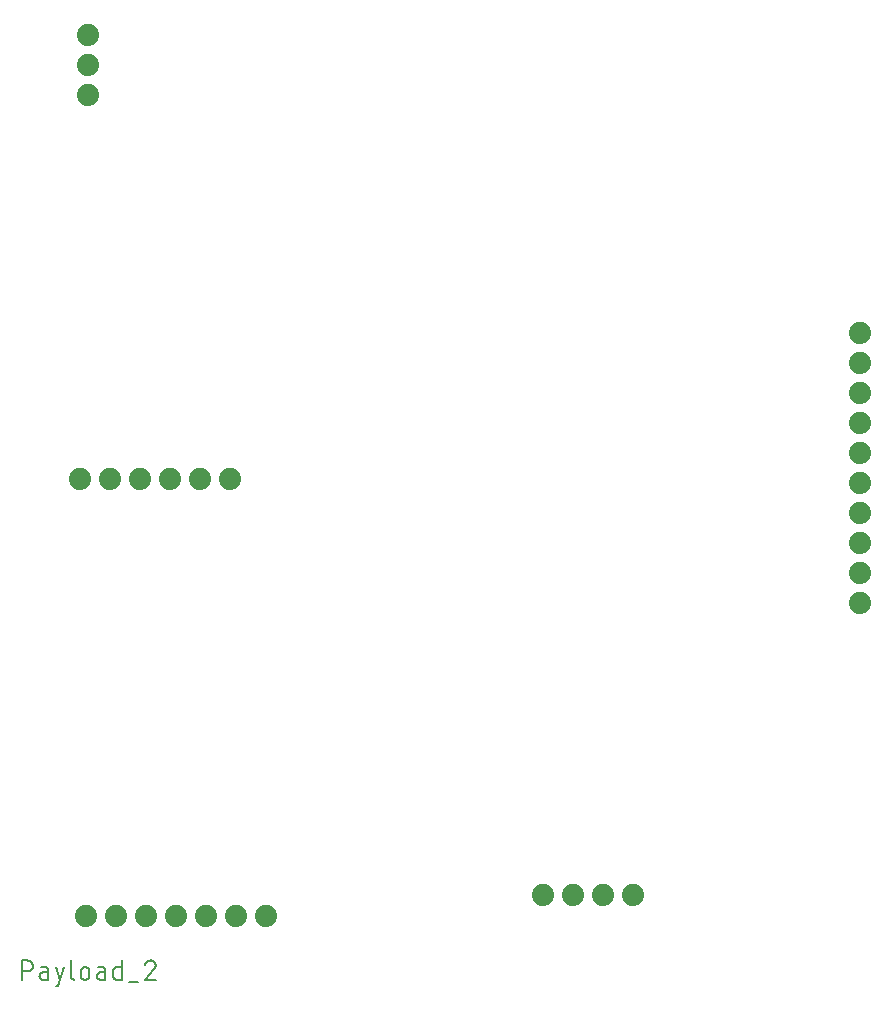
<source format=gbr>
G04 EAGLE Gerber RS-274X export*
G75*
%MOMM*%
%FSLAX34Y34*%
%LPD*%
%INTop Copper*%
%IPPOS*%
%AMOC8*
5,1,8,0,0,1.08239X$1,22.5*%
G01*
%ADD10C,0.152400*%
%ADD11C,1.879600*%


D10*
X110762Y30762D02*
X110762Y47018D01*
X115278Y47018D01*
X115411Y47016D01*
X115543Y47010D01*
X115675Y47000D01*
X115807Y46987D01*
X115939Y46969D01*
X116069Y46948D01*
X116200Y46923D01*
X116329Y46894D01*
X116457Y46861D01*
X116585Y46825D01*
X116711Y46785D01*
X116836Y46741D01*
X116960Y46693D01*
X117082Y46642D01*
X117203Y46587D01*
X117322Y46529D01*
X117440Y46467D01*
X117555Y46402D01*
X117669Y46333D01*
X117780Y46262D01*
X117889Y46186D01*
X117996Y46108D01*
X118101Y46027D01*
X118203Y45942D01*
X118303Y45855D01*
X118400Y45765D01*
X118495Y45672D01*
X118586Y45576D01*
X118675Y45478D01*
X118761Y45377D01*
X118844Y45273D01*
X118924Y45167D01*
X119000Y45059D01*
X119074Y44949D01*
X119144Y44836D01*
X119211Y44722D01*
X119274Y44605D01*
X119334Y44487D01*
X119391Y44367D01*
X119444Y44245D01*
X119493Y44122D01*
X119539Y43998D01*
X119581Y43872D01*
X119619Y43745D01*
X119654Y43617D01*
X119685Y43488D01*
X119712Y43359D01*
X119735Y43228D01*
X119755Y43097D01*
X119770Y42965D01*
X119782Y42833D01*
X119790Y42701D01*
X119794Y42568D01*
X119794Y42436D01*
X119790Y42303D01*
X119782Y42171D01*
X119770Y42039D01*
X119755Y41907D01*
X119735Y41776D01*
X119712Y41645D01*
X119685Y41516D01*
X119654Y41387D01*
X119619Y41259D01*
X119581Y41132D01*
X119539Y41006D01*
X119493Y40882D01*
X119444Y40759D01*
X119391Y40637D01*
X119334Y40517D01*
X119274Y40399D01*
X119211Y40282D01*
X119144Y40168D01*
X119074Y40055D01*
X119000Y39945D01*
X118924Y39837D01*
X118844Y39731D01*
X118761Y39627D01*
X118675Y39526D01*
X118586Y39428D01*
X118495Y39332D01*
X118400Y39239D01*
X118303Y39149D01*
X118203Y39062D01*
X118101Y38977D01*
X117996Y38896D01*
X117889Y38818D01*
X117780Y38742D01*
X117669Y38671D01*
X117555Y38602D01*
X117440Y38537D01*
X117322Y38475D01*
X117203Y38417D01*
X117082Y38362D01*
X116960Y38311D01*
X116836Y38263D01*
X116711Y38219D01*
X116585Y38179D01*
X116457Y38143D01*
X116329Y38110D01*
X116200Y38081D01*
X116069Y38056D01*
X115939Y38035D01*
X115807Y38017D01*
X115675Y38004D01*
X115543Y37994D01*
X115411Y37988D01*
X115278Y37986D01*
X115278Y37987D02*
X110762Y37987D01*
X128610Y37084D02*
X132674Y37084D01*
X128610Y37084D02*
X128498Y37082D01*
X128387Y37076D01*
X128276Y37066D01*
X128165Y37053D01*
X128055Y37035D01*
X127946Y37013D01*
X127837Y36988D01*
X127729Y36959D01*
X127623Y36926D01*
X127517Y36889D01*
X127413Y36849D01*
X127311Y36805D01*
X127210Y36757D01*
X127111Y36706D01*
X127013Y36651D01*
X126918Y36593D01*
X126825Y36532D01*
X126734Y36467D01*
X126645Y36399D01*
X126559Y36328D01*
X126476Y36255D01*
X126395Y36178D01*
X126316Y36098D01*
X126241Y36016D01*
X126169Y35931D01*
X126099Y35844D01*
X126033Y35754D01*
X125970Y35662D01*
X125910Y35567D01*
X125854Y35471D01*
X125801Y35373D01*
X125752Y35273D01*
X125706Y35171D01*
X125664Y35068D01*
X125625Y34963D01*
X125590Y34857D01*
X125559Y34750D01*
X125532Y34642D01*
X125508Y34533D01*
X125489Y34423D01*
X125473Y34313D01*
X125461Y34202D01*
X125453Y34090D01*
X125449Y33979D01*
X125449Y33867D01*
X125453Y33756D01*
X125461Y33644D01*
X125473Y33533D01*
X125489Y33423D01*
X125508Y33313D01*
X125532Y33204D01*
X125559Y33096D01*
X125590Y32989D01*
X125625Y32883D01*
X125664Y32778D01*
X125706Y32675D01*
X125752Y32573D01*
X125801Y32473D01*
X125854Y32375D01*
X125910Y32279D01*
X125970Y32184D01*
X126033Y32092D01*
X126099Y32002D01*
X126169Y31915D01*
X126241Y31830D01*
X126316Y31748D01*
X126395Y31668D01*
X126476Y31591D01*
X126559Y31518D01*
X126645Y31447D01*
X126734Y31379D01*
X126825Y31314D01*
X126918Y31253D01*
X127013Y31195D01*
X127111Y31140D01*
X127210Y31089D01*
X127311Y31041D01*
X127413Y30997D01*
X127517Y30957D01*
X127623Y30920D01*
X127729Y30887D01*
X127837Y30858D01*
X127946Y30833D01*
X128055Y30811D01*
X128165Y30793D01*
X128276Y30780D01*
X128387Y30770D01*
X128498Y30764D01*
X128610Y30762D01*
X132674Y30762D01*
X132674Y38890D01*
X132672Y38991D01*
X132666Y39092D01*
X132657Y39193D01*
X132644Y39294D01*
X132627Y39394D01*
X132606Y39493D01*
X132582Y39591D01*
X132554Y39688D01*
X132522Y39785D01*
X132487Y39880D01*
X132448Y39973D01*
X132406Y40065D01*
X132360Y40156D01*
X132311Y40245D01*
X132259Y40331D01*
X132203Y40416D01*
X132145Y40499D01*
X132083Y40579D01*
X132018Y40657D01*
X131951Y40733D01*
X131881Y40806D01*
X131808Y40876D01*
X131732Y40943D01*
X131654Y41008D01*
X131574Y41070D01*
X131491Y41128D01*
X131406Y41184D01*
X131320Y41236D01*
X131231Y41285D01*
X131140Y41331D01*
X131048Y41373D01*
X130955Y41412D01*
X130860Y41447D01*
X130763Y41479D01*
X130666Y41507D01*
X130568Y41531D01*
X130469Y41552D01*
X130369Y41569D01*
X130268Y41582D01*
X130167Y41591D01*
X130066Y41597D01*
X129965Y41599D01*
X126352Y41599D01*
X139069Y25343D02*
X140876Y25343D01*
X146294Y41599D01*
X139069Y41599D02*
X142682Y30762D01*
X152332Y33471D02*
X152332Y47018D01*
X152333Y33471D02*
X152335Y33370D01*
X152341Y33269D01*
X152350Y33168D01*
X152363Y33067D01*
X152380Y32967D01*
X152401Y32868D01*
X152425Y32770D01*
X152453Y32673D01*
X152485Y32576D01*
X152520Y32481D01*
X152559Y32388D01*
X152601Y32296D01*
X152647Y32205D01*
X152696Y32116D01*
X152748Y32030D01*
X152804Y31945D01*
X152862Y31862D01*
X152924Y31782D01*
X152989Y31704D01*
X153056Y31628D01*
X153126Y31555D01*
X153199Y31485D01*
X153275Y31418D01*
X153353Y31353D01*
X153433Y31291D01*
X153516Y31233D01*
X153601Y31177D01*
X153688Y31125D01*
X153776Y31076D01*
X153867Y31030D01*
X153959Y30988D01*
X154052Y30949D01*
X154147Y30914D01*
X154244Y30882D01*
X154341Y30854D01*
X154439Y30830D01*
X154538Y30809D01*
X154638Y30792D01*
X154739Y30779D01*
X154840Y30770D01*
X154941Y30764D01*
X155042Y30762D01*
X160432Y34374D02*
X160432Y37987D01*
X160434Y38106D01*
X160440Y38226D01*
X160450Y38345D01*
X160464Y38463D01*
X160481Y38582D01*
X160503Y38699D01*
X160528Y38816D01*
X160558Y38931D01*
X160591Y39046D01*
X160628Y39160D01*
X160668Y39272D01*
X160713Y39383D01*
X160761Y39492D01*
X160812Y39600D01*
X160867Y39706D01*
X160926Y39810D01*
X160988Y39912D01*
X161053Y40012D01*
X161122Y40110D01*
X161194Y40206D01*
X161269Y40299D01*
X161346Y40389D01*
X161427Y40477D01*
X161511Y40562D01*
X161598Y40644D01*
X161687Y40724D01*
X161779Y40800D01*
X161873Y40874D01*
X161970Y40944D01*
X162068Y41011D01*
X162169Y41075D01*
X162273Y41135D01*
X162378Y41192D01*
X162485Y41245D01*
X162593Y41295D01*
X162703Y41341D01*
X162815Y41383D01*
X162928Y41422D01*
X163042Y41457D01*
X163157Y41488D01*
X163274Y41516D01*
X163391Y41539D01*
X163508Y41559D01*
X163627Y41575D01*
X163746Y41587D01*
X163865Y41595D01*
X163984Y41599D01*
X164104Y41599D01*
X164223Y41595D01*
X164342Y41587D01*
X164461Y41575D01*
X164580Y41559D01*
X164697Y41539D01*
X164814Y41516D01*
X164931Y41488D01*
X165046Y41457D01*
X165160Y41422D01*
X165273Y41383D01*
X165385Y41341D01*
X165495Y41295D01*
X165603Y41245D01*
X165710Y41192D01*
X165815Y41135D01*
X165919Y41075D01*
X166020Y41011D01*
X166118Y40944D01*
X166215Y40874D01*
X166309Y40800D01*
X166401Y40724D01*
X166490Y40644D01*
X166577Y40562D01*
X166661Y40477D01*
X166742Y40389D01*
X166819Y40299D01*
X166894Y40206D01*
X166966Y40110D01*
X167035Y40012D01*
X167100Y39912D01*
X167162Y39810D01*
X167221Y39706D01*
X167276Y39600D01*
X167327Y39492D01*
X167375Y39383D01*
X167420Y39272D01*
X167460Y39160D01*
X167497Y39046D01*
X167530Y38931D01*
X167560Y38816D01*
X167585Y38699D01*
X167607Y38582D01*
X167624Y38463D01*
X167638Y38345D01*
X167648Y38226D01*
X167654Y38106D01*
X167656Y37987D01*
X167657Y37987D02*
X167657Y34374D01*
X167656Y34374D02*
X167654Y34255D01*
X167648Y34135D01*
X167638Y34016D01*
X167624Y33898D01*
X167607Y33779D01*
X167585Y33662D01*
X167560Y33545D01*
X167530Y33430D01*
X167497Y33315D01*
X167460Y33201D01*
X167420Y33089D01*
X167375Y32978D01*
X167327Y32869D01*
X167276Y32761D01*
X167221Y32655D01*
X167162Y32551D01*
X167100Y32449D01*
X167035Y32349D01*
X166966Y32251D01*
X166894Y32155D01*
X166819Y32062D01*
X166742Y31972D01*
X166661Y31884D01*
X166577Y31799D01*
X166490Y31717D01*
X166401Y31637D01*
X166309Y31561D01*
X166215Y31487D01*
X166118Y31417D01*
X166020Y31350D01*
X165919Y31286D01*
X165815Y31226D01*
X165710Y31169D01*
X165603Y31116D01*
X165495Y31066D01*
X165385Y31020D01*
X165273Y30978D01*
X165160Y30939D01*
X165046Y30904D01*
X164931Y30873D01*
X164814Y30845D01*
X164697Y30822D01*
X164580Y30802D01*
X164461Y30786D01*
X164342Y30774D01*
X164223Y30766D01*
X164104Y30762D01*
X163984Y30762D01*
X163865Y30766D01*
X163746Y30774D01*
X163627Y30786D01*
X163508Y30802D01*
X163391Y30822D01*
X163274Y30845D01*
X163157Y30873D01*
X163042Y30904D01*
X162928Y30939D01*
X162815Y30978D01*
X162703Y31020D01*
X162593Y31066D01*
X162485Y31116D01*
X162378Y31169D01*
X162273Y31226D01*
X162169Y31286D01*
X162068Y31350D01*
X161970Y31417D01*
X161873Y31487D01*
X161779Y31561D01*
X161687Y31637D01*
X161598Y31717D01*
X161511Y31799D01*
X161427Y31884D01*
X161346Y31972D01*
X161269Y32062D01*
X161194Y32155D01*
X161122Y32251D01*
X161053Y32349D01*
X160988Y32449D01*
X160926Y32551D01*
X160867Y32655D01*
X160812Y32761D01*
X160761Y32869D01*
X160713Y32978D01*
X160668Y33089D01*
X160628Y33201D01*
X160591Y33315D01*
X160558Y33430D01*
X160528Y33545D01*
X160503Y33662D01*
X160481Y33779D01*
X160464Y33898D01*
X160450Y34016D01*
X160440Y34135D01*
X160434Y34255D01*
X160432Y34374D01*
X177067Y37084D02*
X181131Y37084D01*
X177067Y37084D02*
X176955Y37082D01*
X176844Y37076D01*
X176733Y37066D01*
X176622Y37053D01*
X176512Y37035D01*
X176403Y37013D01*
X176294Y36988D01*
X176186Y36959D01*
X176080Y36926D01*
X175974Y36889D01*
X175870Y36849D01*
X175768Y36805D01*
X175667Y36757D01*
X175568Y36706D01*
X175470Y36651D01*
X175375Y36593D01*
X175282Y36532D01*
X175191Y36467D01*
X175102Y36399D01*
X175016Y36328D01*
X174933Y36255D01*
X174852Y36178D01*
X174773Y36098D01*
X174698Y36016D01*
X174626Y35931D01*
X174556Y35844D01*
X174490Y35754D01*
X174427Y35662D01*
X174367Y35567D01*
X174311Y35471D01*
X174258Y35373D01*
X174209Y35273D01*
X174163Y35171D01*
X174121Y35068D01*
X174082Y34963D01*
X174047Y34857D01*
X174016Y34750D01*
X173989Y34642D01*
X173965Y34533D01*
X173946Y34423D01*
X173930Y34313D01*
X173918Y34202D01*
X173910Y34090D01*
X173906Y33979D01*
X173906Y33867D01*
X173910Y33756D01*
X173918Y33644D01*
X173930Y33533D01*
X173946Y33423D01*
X173965Y33313D01*
X173989Y33204D01*
X174016Y33096D01*
X174047Y32989D01*
X174082Y32883D01*
X174121Y32778D01*
X174163Y32675D01*
X174209Y32573D01*
X174258Y32473D01*
X174311Y32375D01*
X174367Y32279D01*
X174427Y32184D01*
X174490Y32092D01*
X174556Y32002D01*
X174626Y31915D01*
X174698Y31830D01*
X174773Y31748D01*
X174852Y31668D01*
X174933Y31591D01*
X175016Y31518D01*
X175102Y31447D01*
X175191Y31379D01*
X175282Y31314D01*
X175375Y31253D01*
X175470Y31195D01*
X175568Y31140D01*
X175667Y31089D01*
X175768Y31041D01*
X175870Y30997D01*
X175974Y30957D01*
X176080Y30920D01*
X176186Y30887D01*
X176294Y30858D01*
X176403Y30833D01*
X176512Y30811D01*
X176622Y30793D01*
X176733Y30780D01*
X176844Y30770D01*
X176955Y30764D01*
X177067Y30762D01*
X181131Y30762D01*
X181131Y38890D01*
X181130Y38890D02*
X181128Y38991D01*
X181122Y39092D01*
X181113Y39193D01*
X181100Y39294D01*
X181083Y39394D01*
X181062Y39493D01*
X181038Y39591D01*
X181010Y39688D01*
X180978Y39785D01*
X180943Y39880D01*
X180904Y39973D01*
X180862Y40065D01*
X180816Y40156D01*
X180767Y40245D01*
X180715Y40331D01*
X180659Y40416D01*
X180601Y40499D01*
X180539Y40579D01*
X180474Y40657D01*
X180407Y40733D01*
X180337Y40806D01*
X180264Y40876D01*
X180188Y40943D01*
X180110Y41008D01*
X180030Y41070D01*
X179947Y41128D01*
X179862Y41184D01*
X179776Y41236D01*
X179687Y41285D01*
X179596Y41331D01*
X179504Y41373D01*
X179411Y41412D01*
X179316Y41447D01*
X179219Y41479D01*
X179122Y41507D01*
X179024Y41531D01*
X178925Y41552D01*
X178825Y41569D01*
X178724Y41582D01*
X178623Y41591D01*
X178522Y41597D01*
X178421Y41599D01*
X174809Y41599D01*
X195199Y47018D02*
X195199Y30762D01*
X190683Y30762D01*
X190582Y30764D01*
X190481Y30770D01*
X190380Y30779D01*
X190279Y30792D01*
X190179Y30809D01*
X190080Y30830D01*
X189982Y30854D01*
X189885Y30882D01*
X189788Y30914D01*
X189693Y30949D01*
X189600Y30988D01*
X189508Y31030D01*
X189417Y31076D01*
X189329Y31125D01*
X189242Y31177D01*
X189157Y31233D01*
X189074Y31291D01*
X188994Y31353D01*
X188916Y31418D01*
X188840Y31485D01*
X188767Y31555D01*
X188697Y31628D01*
X188630Y31704D01*
X188565Y31782D01*
X188503Y31862D01*
X188445Y31945D01*
X188389Y32030D01*
X188337Y32116D01*
X188288Y32205D01*
X188242Y32296D01*
X188200Y32388D01*
X188161Y32481D01*
X188126Y32576D01*
X188094Y32673D01*
X188066Y32770D01*
X188042Y32868D01*
X188021Y32967D01*
X188004Y33067D01*
X187991Y33168D01*
X187982Y33269D01*
X187976Y33370D01*
X187974Y33471D01*
X187974Y38890D01*
X187976Y38991D01*
X187982Y39092D01*
X187991Y39193D01*
X188004Y39294D01*
X188021Y39394D01*
X188042Y39493D01*
X188066Y39591D01*
X188094Y39688D01*
X188126Y39785D01*
X188161Y39880D01*
X188200Y39973D01*
X188242Y40065D01*
X188288Y40156D01*
X188337Y40245D01*
X188389Y40331D01*
X188445Y40416D01*
X188503Y40499D01*
X188565Y40579D01*
X188630Y40657D01*
X188697Y40733D01*
X188767Y40806D01*
X188840Y40876D01*
X188916Y40943D01*
X188994Y41008D01*
X189074Y41070D01*
X189157Y41128D01*
X189242Y41184D01*
X189329Y41236D01*
X189417Y41285D01*
X189508Y41331D01*
X189600Y41373D01*
X189693Y41412D01*
X189788Y41447D01*
X189885Y41479D01*
X189982Y41507D01*
X190080Y41531D01*
X190179Y41552D01*
X190279Y41569D01*
X190380Y41582D01*
X190481Y41591D01*
X190582Y41597D01*
X190683Y41599D01*
X195199Y41599D01*
X201594Y28956D02*
X208819Y28956D01*
X223790Y42954D02*
X223788Y43079D01*
X223782Y43204D01*
X223773Y43329D01*
X223759Y43453D01*
X223742Y43577D01*
X223721Y43701D01*
X223696Y43823D01*
X223667Y43945D01*
X223635Y44066D01*
X223599Y44186D01*
X223559Y44305D01*
X223516Y44422D01*
X223469Y44538D01*
X223418Y44653D01*
X223364Y44765D01*
X223306Y44877D01*
X223246Y44986D01*
X223181Y45093D01*
X223114Y45199D01*
X223043Y45302D01*
X222969Y45403D01*
X222892Y45502D01*
X222812Y45598D01*
X222729Y45692D01*
X222644Y45783D01*
X222555Y45872D01*
X222464Y45957D01*
X222370Y46040D01*
X222274Y46120D01*
X222175Y46197D01*
X222074Y46271D01*
X221971Y46342D01*
X221865Y46409D01*
X221758Y46474D01*
X221649Y46534D01*
X221537Y46592D01*
X221425Y46646D01*
X221310Y46697D01*
X221194Y46744D01*
X221077Y46787D01*
X220958Y46827D01*
X220838Y46863D01*
X220717Y46895D01*
X220595Y46924D01*
X220473Y46949D01*
X220349Y46970D01*
X220225Y46987D01*
X220101Y47001D01*
X219976Y47010D01*
X219851Y47016D01*
X219726Y47018D01*
X219583Y47016D01*
X219441Y47010D01*
X219298Y47000D01*
X219156Y46987D01*
X219015Y46969D01*
X218873Y46948D01*
X218733Y46923D01*
X218593Y46894D01*
X218454Y46861D01*
X218316Y46824D01*
X218179Y46784D01*
X218044Y46740D01*
X217909Y46692D01*
X217776Y46640D01*
X217644Y46585D01*
X217514Y46526D01*
X217386Y46464D01*
X217259Y46398D01*
X217134Y46329D01*
X217011Y46257D01*
X216891Y46181D01*
X216772Y46102D01*
X216655Y46019D01*
X216541Y45934D01*
X216429Y45845D01*
X216320Y45754D01*
X216213Y45659D01*
X216108Y45562D01*
X216007Y45461D01*
X215908Y45358D01*
X215812Y45253D01*
X215719Y45144D01*
X215629Y45033D01*
X215542Y44920D01*
X215458Y44805D01*
X215378Y44687D01*
X215300Y44567D01*
X215226Y44445D01*
X215156Y44321D01*
X215088Y44195D01*
X215025Y44067D01*
X214964Y43938D01*
X214907Y43807D01*
X214854Y43675D01*
X214805Y43541D01*
X214759Y43406D01*
X222435Y39793D02*
X222529Y39885D01*
X222619Y39979D01*
X222707Y40076D01*
X222792Y40176D01*
X222874Y40278D01*
X222953Y40383D01*
X223028Y40490D01*
X223100Y40599D01*
X223169Y40710D01*
X223235Y40824D01*
X223297Y40939D01*
X223356Y41056D01*
X223411Y41175D01*
X223462Y41295D01*
X223510Y41417D01*
X223555Y41540D01*
X223595Y41664D01*
X223632Y41790D01*
X223665Y41917D01*
X223694Y42044D01*
X223720Y42173D01*
X223741Y42302D01*
X223759Y42432D01*
X223772Y42562D01*
X223782Y42692D01*
X223788Y42823D01*
X223790Y42954D01*
X222436Y39793D02*
X214759Y30762D01*
X223790Y30762D01*
D11*
X551400Y102400D03*
X576800Y102400D03*
X602200Y102400D03*
X627600Y102400D03*
X166800Y830500D03*
X166800Y805100D03*
X166800Y779700D03*
X165200Y84300D03*
X190600Y84300D03*
X216000Y84300D03*
X241400Y84300D03*
X266800Y84300D03*
X292200Y84300D03*
X317600Y84300D03*
X159800Y454600D03*
X185200Y454600D03*
X210600Y454600D03*
X236000Y454600D03*
X261400Y454600D03*
X286800Y454600D03*
X820000Y350000D03*
X820000Y375400D03*
X820000Y400800D03*
X820000Y426200D03*
X820000Y451600D03*
X820000Y477000D03*
X820000Y502400D03*
X820000Y527800D03*
X820000Y553200D03*
X820000Y578600D03*
M02*

</source>
